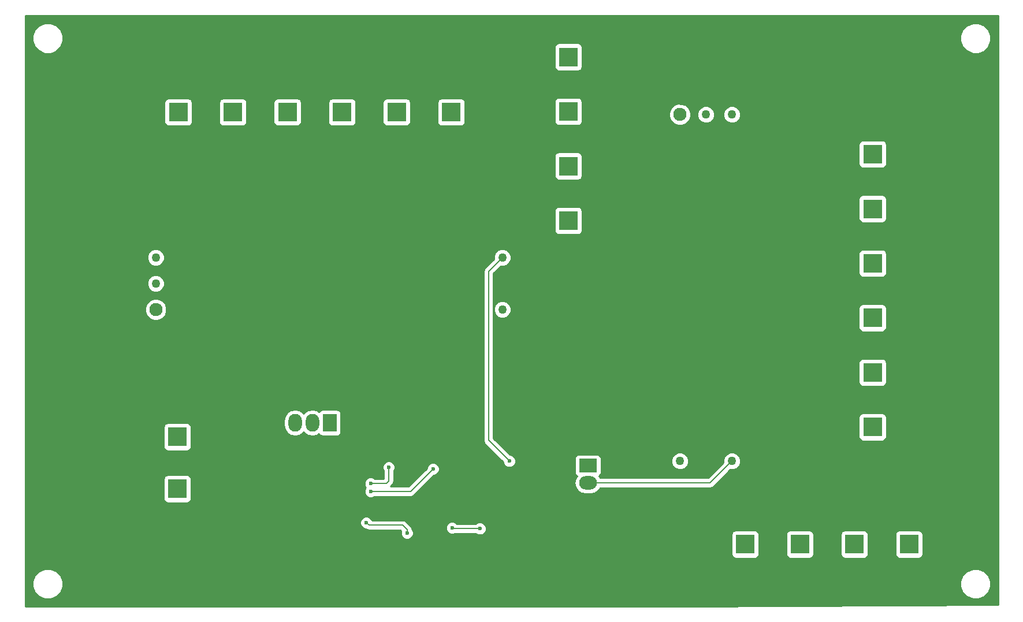
<source format=gbr>
G04 #@! TF.FileFunction,Copper,L2,Bot,Signal*
%FSLAX46Y46*%
G04 Gerber Fmt 4.6, Leading zero omitted, Abs format (unit mm)*
G04 Created by KiCad (PCBNEW 4.0.6) date Sunday, 01 October 2017 'PMt' 13:45:36*
%MOMM*%
%LPD*%
G01*
G04 APERTURE LIST*
%ADD10C,0.100000*%
%ADD11R,2.600000X2.000000*%
%ADD12O,2.600000X2.000000*%
%ADD13C,1.270000*%
%ADD14C,1.930000*%
%ADD15R,2.800000X2.800000*%
%ADD16C,2.800000*%
%ADD17R,2.000000X2.600000*%
%ADD18O,2.000000X2.600000*%
%ADD19C,0.600000*%
%ADD20C,0.200000*%
%ADD21C,0.254000*%
G04 APERTURE END LIST*
D10*
D11*
X156173300Y-127647300D03*
D12*
X156173300Y-130187300D03*
X156173300Y-132727300D03*
D13*
X169672000Y-127000000D03*
X177292000Y-127000000D03*
X184912000Y-127000000D03*
X173482000Y-76200000D03*
X177292000Y-76200000D03*
X181102000Y-76200000D03*
D14*
X169672000Y-76200000D03*
X184912000Y-76200000D03*
D13*
X143637000Y-104775000D03*
X143637000Y-97155000D03*
X143637000Y-89535000D03*
X92837000Y-100965000D03*
X92837000Y-97155000D03*
X92837000Y-93345000D03*
D14*
X92837000Y-104775000D03*
X92837000Y-89535000D03*
D15*
X96012000Y-131064000D03*
D16*
X90512000Y-131064000D03*
D15*
X96012000Y-123444000D03*
D16*
X90512000Y-123444000D03*
D15*
X96144000Y-75850000D03*
D16*
X96144000Y-70350000D03*
D15*
X104144000Y-75850000D03*
D16*
X104144000Y-70350000D03*
D15*
X112144000Y-75850000D03*
D16*
X112144000Y-70350000D03*
D15*
X120144000Y-75850000D03*
D16*
X120144000Y-70350000D03*
D15*
X128144000Y-75850000D03*
D16*
X128144000Y-70350000D03*
D15*
X136144000Y-75850000D03*
D16*
X136144000Y-70350000D03*
D15*
X203251000Y-139192000D03*
D16*
X203251000Y-144692000D03*
D15*
X195251000Y-139192000D03*
D16*
X195251000Y-144692000D03*
D15*
X187251000Y-139192000D03*
D16*
X187251000Y-144692000D03*
D15*
X179251000Y-139192000D03*
D16*
X179251000Y-144692000D03*
D15*
X153309000Y-67745000D03*
D16*
X158809000Y-67745000D03*
D15*
X153309000Y-75745000D03*
D16*
X158809000Y-75745000D03*
D15*
X153309000Y-83745000D03*
D16*
X158809000Y-83745000D03*
D15*
X153309000Y-91745000D03*
D16*
X158809000Y-91745000D03*
D15*
X197902000Y-82010000D03*
D16*
X203402000Y-82010000D03*
D15*
X197902000Y-90010000D03*
D16*
X203402000Y-90010000D03*
D15*
X197902000Y-98010000D03*
D16*
X203402000Y-98010000D03*
D15*
X197902000Y-106010000D03*
D16*
X203402000Y-106010000D03*
D15*
X197902000Y-114010000D03*
D16*
X203402000Y-114010000D03*
D15*
X197902000Y-122010000D03*
D16*
X203402000Y-122010000D03*
D17*
X118329000Y-121382600D03*
D18*
X115789000Y-121382600D03*
X113249000Y-121382600D03*
D19*
X145415000Y-122682000D03*
X151892000Y-125857000D03*
X150368000Y-124714000D03*
X106553000Y-141097000D03*
X117602000Y-135890000D03*
X149860000Y-109601000D03*
X144780000Y-135128000D03*
X174117000Y-132842000D03*
X153162000Y-145923000D03*
X147447000Y-145923000D03*
X172466000Y-147320000D03*
X110871000Y-131064000D03*
X127000000Y-127889000D03*
X124333000Y-130302000D03*
X133477000Y-128143000D03*
X124333000Y-131445000D03*
X129667000Y-137541000D03*
X123698000Y-136017000D03*
X144653000Y-127000000D03*
X140335000Y-136906000D03*
X136271000Y-136779000D03*
D20*
X127000000Y-129921000D02*
X127000000Y-127889000D01*
X126619000Y-130302000D02*
X127000000Y-129921000D01*
X124333000Y-130302000D02*
X126619000Y-130302000D01*
X130175000Y-131445000D02*
X133477000Y-128143000D01*
X124333000Y-131445000D02*
X130175000Y-131445000D01*
X129667000Y-137033000D02*
X129667000Y-137541000D01*
X129032000Y-136398000D02*
X129667000Y-137033000D01*
X124079000Y-136398000D02*
X129032000Y-136398000D01*
X123698000Y-136017000D02*
X124079000Y-136398000D01*
X141605000Y-99187000D02*
X143637000Y-97155000D01*
X141605000Y-123952000D02*
X141605000Y-99187000D01*
X144653000Y-127000000D02*
X141605000Y-123952000D01*
X156173300Y-130187300D02*
X174104700Y-130187300D01*
X174104700Y-130187300D02*
X177292000Y-127000000D01*
X136398000Y-136906000D02*
X140335000Y-136906000D01*
X136271000Y-136779000D02*
X136398000Y-136906000D01*
D21*
G36*
X216290000Y-148015248D02*
X170391709Y-148290000D01*
X73710000Y-148290000D01*
X73710000Y-145442619D01*
X74764613Y-145442619D01*
X75104155Y-146264372D01*
X75732321Y-146893636D01*
X76553481Y-147234611D01*
X77442619Y-147235387D01*
X78264372Y-146895845D01*
X78893636Y-146267679D01*
X79234611Y-145446519D01*
X79234614Y-145442619D01*
X210764613Y-145442619D01*
X211104155Y-146264372D01*
X211732321Y-146893636D01*
X212553481Y-147234611D01*
X213442619Y-147235387D01*
X214264372Y-146895845D01*
X214893636Y-146267679D01*
X215234611Y-145446519D01*
X215235387Y-144557381D01*
X214895845Y-143735628D01*
X214267679Y-143106364D01*
X213446519Y-142765389D01*
X212557381Y-142764613D01*
X211735628Y-143104155D01*
X211106364Y-143732321D01*
X210765389Y-144553481D01*
X210764613Y-145442619D01*
X79234614Y-145442619D01*
X79235387Y-144557381D01*
X78895845Y-143735628D01*
X78267679Y-143106364D01*
X77446519Y-142765389D01*
X76557381Y-142764613D01*
X75735628Y-143104155D01*
X75106364Y-143732321D01*
X74765389Y-144553481D01*
X74764613Y-145442619D01*
X73710000Y-145442619D01*
X73710000Y-136202167D01*
X122762838Y-136202167D01*
X122904883Y-136545943D01*
X123167673Y-136809192D01*
X123511201Y-136951838D01*
X123610462Y-136951924D01*
X123731801Y-137033000D01*
X123797728Y-137077051D01*
X124079000Y-137133000D01*
X128727554Y-137133000D01*
X128795711Y-137201158D01*
X128732162Y-137354201D01*
X128731838Y-137726167D01*
X128873883Y-138069943D01*
X129136673Y-138333192D01*
X129480201Y-138475838D01*
X129852167Y-138476162D01*
X130195943Y-138334117D01*
X130459192Y-138071327D01*
X130601838Y-137727799D01*
X130602162Y-137355833D01*
X130460117Y-137012057D01*
X130412311Y-136964167D01*
X135335838Y-136964167D01*
X135477883Y-137307943D01*
X135740673Y-137571192D01*
X136084201Y-137713838D01*
X136456167Y-137714162D01*
X136633233Y-137641000D01*
X139747581Y-137641000D01*
X139804673Y-137698192D01*
X140148201Y-137840838D01*
X140520167Y-137841162D01*
X140639148Y-137792000D01*
X177203560Y-137792000D01*
X177203560Y-140592000D01*
X177247838Y-140827317D01*
X177386910Y-141043441D01*
X177599110Y-141188431D01*
X177851000Y-141239440D01*
X180651000Y-141239440D01*
X180886317Y-141195162D01*
X181102441Y-141056090D01*
X181247431Y-140843890D01*
X181298440Y-140592000D01*
X181298440Y-137792000D01*
X185203560Y-137792000D01*
X185203560Y-140592000D01*
X185247838Y-140827317D01*
X185386910Y-141043441D01*
X185599110Y-141188431D01*
X185851000Y-141239440D01*
X188651000Y-141239440D01*
X188886317Y-141195162D01*
X189102441Y-141056090D01*
X189247431Y-140843890D01*
X189298440Y-140592000D01*
X189298440Y-137792000D01*
X193203560Y-137792000D01*
X193203560Y-140592000D01*
X193247838Y-140827317D01*
X193386910Y-141043441D01*
X193599110Y-141188431D01*
X193851000Y-141239440D01*
X196651000Y-141239440D01*
X196886317Y-141195162D01*
X197102441Y-141056090D01*
X197247431Y-140843890D01*
X197298440Y-140592000D01*
X197298440Y-137792000D01*
X201203560Y-137792000D01*
X201203560Y-140592000D01*
X201247838Y-140827317D01*
X201386910Y-141043441D01*
X201599110Y-141188431D01*
X201851000Y-141239440D01*
X204651000Y-141239440D01*
X204886317Y-141195162D01*
X205102441Y-141056090D01*
X205247431Y-140843890D01*
X205298440Y-140592000D01*
X205298440Y-137792000D01*
X205254162Y-137556683D01*
X205115090Y-137340559D01*
X204902890Y-137195569D01*
X204651000Y-137144560D01*
X201851000Y-137144560D01*
X201615683Y-137188838D01*
X201399559Y-137327910D01*
X201254569Y-137540110D01*
X201203560Y-137792000D01*
X197298440Y-137792000D01*
X197254162Y-137556683D01*
X197115090Y-137340559D01*
X196902890Y-137195569D01*
X196651000Y-137144560D01*
X193851000Y-137144560D01*
X193615683Y-137188838D01*
X193399559Y-137327910D01*
X193254569Y-137540110D01*
X193203560Y-137792000D01*
X189298440Y-137792000D01*
X189254162Y-137556683D01*
X189115090Y-137340559D01*
X188902890Y-137195569D01*
X188651000Y-137144560D01*
X185851000Y-137144560D01*
X185615683Y-137188838D01*
X185399559Y-137327910D01*
X185254569Y-137540110D01*
X185203560Y-137792000D01*
X181298440Y-137792000D01*
X181254162Y-137556683D01*
X181115090Y-137340559D01*
X180902890Y-137195569D01*
X180651000Y-137144560D01*
X177851000Y-137144560D01*
X177615683Y-137188838D01*
X177399559Y-137327910D01*
X177254569Y-137540110D01*
X177203560Y-137792000D01*
X140639148Y-137792000D01*
X140863943Y-137699117D01*
X141127192Y-137436327D01*
X141269838Y-137092799D01*
X141270162Y-136720833D01*
X141128117Y-136377057D01*
X140865327Y-136113808D01*
X140521799Y-135971162D01*
X140149833Y-135970838D01*
X139806057Y-136112883D01*
X139747838Y-136171000D01*
X136985198Y-136171000D01*
X136801327Y-135986808D01*
X136457799Y-135844162D01*
X136085833Y-135843838D01*
X135742057Y-135985883D01*
X135478808Y-136248673D01*
X135336162Y-136592201D01*
X135335838Y-136964167D01*
X130412311Y-136964167D01*
X130382335Y-136934139D01*
X130346051Y-136751728D01*
X130324317Y-136719201D01*
X130186724Y-136513277D01*
X129551723Y-135878277D01*
X129313272Y-135718949D01*
X129032000Y-135663000D01*
X124563402Y-135663000D01*
X124491117Y-135488057D01*
X124228327Y-135224808D01*
X123884799Y-135082162D01*
X123512833Y-135081838D01*
X123169057Y-135223883D01*
X122905808Y-135486673D01*
X122763162Y-135830201D01*
X122762838Y-136202167D01*
X73710000Y-136202167D01*
X73710000Y-129664000D01*
X93964560Y-129664000D01*
X93964560Y-132464000D01*
X94008838Y-132699317D01*
X94147910Y-132915441D01*
X94360110Y-133060431D01*
X94612000Y-133111440D01*
X97412000Y-133111440D01*
X97647317Y-133067162D01*
X97863441Y-132928090D01*
X98008431Y-132715890D01*
X98059440Y-132464000D01*
X98059440Y-130487167D01*
X123397838Y-130487167D01*
X123539883Y-130830943D01*
X123582210Y-130873344D01*
X123540808Y-130914673D01*
X123398162Y-131258201D01*
X123397838Y-131630167D01*
X123539883Y-131973943D01*
X123802673Y-132237192D01*
X124146201Y-132379838D01*
X124518167Y-132380162D01*
X124861943Y-132238117D01*
X124920162Y-132180000D01*
X130175000Y-132180000D01*
X130456272Y-132124051D01*
X130694723Y-131964723D01*
X132472146Y-130187300D01*
X154200391Y-130187300D01*
X154324848Y-130812987D01*
X154679271Y-131343420D01*
X155209704Y-131697843D01*
X155835391Y-131822300D01*
X156511209Y-131822300D01*
X157136896Y-131697843D01*
X157667329Y-131343420D01*
X157948712Y-130922300D01*
X174104700Y-130922300D01*
X174385972Y-130866351D01*
X174624423Y-130707023D01*
X177061647Y-128269799D01*
X177543510Y-128270220D01*
X178010458Y-128077282D01*
X178368026Y-127720337D01*
X178561779Y-127253727D01*
X178562220Y-126748490D01*
X178369282Y-126281542D01*
X178012337Y-125923974D01*
X177545727Y-125730221D01*
X177040490Y-125729780D01*
X176573542Y-125922718D01*
X176215974Y-126279663D01*
X176022221Y-126746273D01*
X176021798Y-127230755D01*
X173800254Y-129452300D01*
X157948712Y-129452300D01*
X157782207Y-129203108D01*
X157924741Y-129111390D01*
X158069731Y-128899190D01*
X158120740Y-128647300D01*
X158120740Y-127251510D01*
X168401780Y-127251510D01*
X168594718Y-127718458D01*
X168951663Y-128076026D01*
X169418273Y-128269779D01*
X169923510Y-128270220D01*
X170390458Y-128077282D01*
X170748026Y-127720337D01*
X170941779Y-127253727D01*
X170942220Y-126748490D01*
X170749282Y-126281542D01*
X170392337Y-125923974D01*
X169925727Y-125730221D01*
X169420490Y-125729780D01*
X168953542Y-125922718D01*
X168595974Y-126279663D01*
X168402221Y-126746273D01*
X168401780Y-127251510D01*
X158120740Y-127251510D01*
X158120740Y-126647300D01*
X158076462Y-126411983D01*
X157937390Y-126195859D01*
X157725190Y-126050869D01*
X157473300Y-125999860D01*
X154873300Y-125999860D01*
X154637983Y-126044138D01*
X154421859Y-126183210D01*
X154276869Y-126395410D01*
X154225860Y-126647300D01*
X154225860Y-128647300D01*
X154270138Y-128882617D01*
X154409210Y-129098741D01*
X154563629Y-129204251D01*
X154324848Y-129561613D01*
X154200391Y-130187300D01*
X132472146Y-130187300D01*
X133581355Y-129078092D01*
X133662167Y-129078162D01*
X134005943Y-128936117D01*
X134269192Y-128673327D01*
X134411838Y-128329799D01*
X134412162Y-127957833D01*
X134270117Y-127614057D01*
X134007327Y-127350808D01*
X133663799Y-127208162D01*
X133291833Y-127207838D01*
X132948057Y-127349883D01*
X132684808Y-127612673D01*
X132542162Y-127956201D01*
X132542090Y-128038463D01*
X129870554Y-130710000D01*
X127250446Y-130710000D01*
X127519723Y-130440724D01*
X127679051Y-130202272D01*
X127696046Y-130116833D01*
X127735000Y-129921000D01*
X127735000Y-128476419D01*
X127792192Y-128419327D01*
X127934838Y-128075799D01*
X127935162Y-127703833D01*
X127793117Y-127360057D01*
X127530327Y-127096808D01*
X127186799Y-126954162D01*
X126814833Y-126953838D01*
X126471057Y-127095883D01*
X126207808Y-127358673D01*
X126065162Y-127702201D01*
X126064838Y-128074167D01*
X126206883Y-128417943D01*
X126265000Y-128476162D01*
X126265000Y-129567000D01*
X124920419Y-129567000D01*
X124863327Y-129509808D01*
X124519799Y-129367162D01*
X124147833Y-129366838D01*
X123804057Y-129508883D01*
X123540808Y-129771673D01*
X123398162Y-130115201D01*
X123397838Y-130487167D01*
X98059440Y-130487167D01*
X98059440Y-129664000D01*
X98015162Y-129428683D01*
X97876090Y-129212559D01*
X97663890Y-129067569D01*
X97412000Y-129016560D01*
X94612000Y-129016560D01*
X94376683Y-129060838D01*
X94160559Y-129199910D01*
X94015569Y-129412110D01*
X93964560Y-129664000D01*
X73710000Y-129664000D01*
X73710000Y-122044000D01*
X93964560Y-122044000D01*
X93964560Y-124844000D01*
X94008838Y-125079317D01*
X94147910Y-125295441D01*
X94360110Y-125440431D01*
X94612000Y-125491440D01*
X97412000Y-125491440D01*
X97647317Y-125447162D01*
X97863441Y-125308090D01*
X98008431Y-125095890D01*
X98059440Y-124844000D01*
X98059440Y-122044000D01*
X98015162Y-121808683D01*
X97876090Y-121592559D01*
X97663890Y-121447569D01*
X97412000Y-121396560D01*
X94612000Y-121396560D01*
X94376683Y-121440838D01*
X94160559Y-121579910D01*
X94015569Y-121792110D01*
X93964560Y-122044000D01*
X73710000Y-122044000D01*
X73710000Y-121044691D01*
X111614000Y-121044691D01*
X111614000Y-121720509D01*
X111738457Y-122346196D01*
X112092880Y-122876629D01*
X112623313Y-123231052D01*
X113249000Y-123355509D01*
X113874687Y-123231052D01*
X114405120Y-122876629D01*
X114519000Y-122706195D01*
X114632880Y-122876629D01*
X115163313Y-123231052D01*
X115789000Y-123355509D01*
X116414687Y-123231052D01*
X116773192Y-122991507D01*
X116864910Y-123134041D01*
X117077110Y-123279031D01*
X117329000Y-123330040D01*
X119329000Y-123330040D01*
X119564317Y-123285762D01*
X119780441Y-123146690D01*
X119925431Y-122934490D01*
X119976440Y-122682600D01*
X119976440Y-120082600D01*
X119932162Y-119847283D01*
X119793090Y-119631159D01*
X119580890Y-119486169D01*
X119329000Y-119435160D01*
X117329000Y-119435160D01*
X117093683Y-119479438D01*
X116877559Y-119618510D01*
X116772049Y-119772929D01*
X116414687Y-119534148D01*
X115789000Y-119409691D01*
X115163313Y-119534148D01*
X114632880Y-119888571D01*
X114519000Y-120059005D01*
X114405120Y-119888571D01*
X113874687Y-119534148D01*
X113249000Y-119409691D01*
X112623313Y-119534148D01*
X112092880Y-119888571D01*
X111738457Y-120419004D01*
X111614000Y-121044691D01*
X73710000Y-121044691D01*
X73710000Y-105091863D01*
X91236723Y-105091863D01*
X91479795Y-105680143D01*
X91929489Y-106130623D01*
X92517344Y-106374722D01*
X93153863Y-106375277D01*
X93742143Y-106132205D01*
X94192623Y-105682511D01*
X94436722Y-105094656D01*
X94437277Y-104458137D01*
X94194205Y-103869857D01*
X93744511Y-103419377D01*
X93156656Y-103175278D01*
X92520137Y-103174723D01*
X91931857Y-103417795D01*
X91481377Y-103867489D01*
X91237278Y-104455344D01*
X91236723Y-105091863D01*
X73710000Y-105091863D01*
X73710000Y-101216510D01*
X91566780Y-101216510D01*
X91759718Y-101683458D01*
X92116663Y-102041026D01*
X92583273Y-102234779D01*
X93088510Y-102235220D01*
X93555458Y-102042282D01*
X93913026Y-101685337D01*
X94106779Y-101218727D01*
X94107220Y-100713490D01*
X93914282Y-100246542D01*
X93557337Y-99888974D01*
X93090727Y-99695221D01*
X92585490Y-99694780D01*
X92118542Y-99887718D01*
X91760974Y-100244663D01*
X91567221Y-100711273D01*
X91566780Y-101216510D01*
X73710000Y-101216510D01*
X73710000Y-99187000D01*
X140870000Y-99187000D01*
X140870000Y-123952000D01*
X140890974Y-124057440D01*
X140925949Y-124233272D01*
X141085277Y-124471723D01*
X143717908Y-127104355D01*
X143717838Y-127185167D01*
X143859883Y-127528943D01*
X144122673Y-127792192D01*
X144466201Y-127934838D01*
X144838167Y-127935162D01*
X145181943Y-127793117D01*
X145445192Y-127530327D01*
X145587838Y-127186799D01*
X145588162Y-126814833D01*
X145446117Y-126471057D01*
X145183327Y-126207808D01*
X144839799Y-126065162D01*
X144757537Y-126065090D01*
X142340000Y-123647554D01*
X142340000Y-120610000D01*
X195854560Y-120610000D01*
X195854560Y-123410000D01*
X195898838Y-123645317D01*
X196037910Y-123861441D01*
X196250110Y-124006431D01*
X196502000Y-124057440D01*
X199302000Y-124057440D01*
X199537317Y-124013162D01*
X199753441Y-123874090D01*
X199898431Y-123661890D01*
X199949440Y-123410000D01*
X199949440Y-120610000D01*
X199905162Y-120374683D01*
X199766090Y-120158559D01*
X199553890Y-120013569D01*
X199302000Y-119962560D01*
X196502000Y-119962560D01*
X196266683Y-120006838D01*
X196050559Y-120145910D01*
X195905569Y-120358110D01*
X195854560Y-120610000D01*
X142340000Y-120610000D01*
X142340000Y-112610000D01*
X195854560Y-112610000D01*
X195854560Y-115410000D01*
X195898838Y-115645317D01*
X196037910Y-115861441D01*
X196250110Y-116006431D01*
X196502000Y-116057440D01*
X199302000Y-116057440D01*
X199537317Y-116013162D01*
X199753441Y-115874090D01*
X199898431Y-115661890D01*
X199949440Y-115410000D01*
X199949440Y-112610000D01*
X199905162Y-112374683D01*
X199766090Y-112158559D01*
X199553890Y-112013569D01*
X199302000Y-111962560D01*
X196502000Y-111962560D01*
X196266683Y-112006838D01*
X196050559Y-112145910D01*
X195905569Y-112358110D01*
X195854560Y-112610000D01*
X142340000Y-112610000D01*
X142340000Y-105026510D01*
X142366780Y-105026510D01*
X142559718Y-105493458D01*
X142916663Y-105851026D01*
X143383273Y-106044779D01*
X143888510Y-106045220D01*
X144355458Y-105852282D01*
X144713026Y-105495337D01*
X144906779Y-105028727D01*
X144907144Y-104610000D01*
X195854560Y-104610000D01*
X195854560Y-107410000D01*
X195898838Y-107645317D01*
X196037910Y-107861441D01*
X196250110Y-108006431D01*
X196502000Y-108057440D01*
X199302000Y-108057440D01*
X199537317Y-108013162D01*
X199753441Y-107874090D01*
X199898431Y-107661890D01*
X199949440Y-107410000D01*
X199949440Y-104610000D01*
X199905162Y-104374683D01*
X199766090Y-104158559D01*
X199553890Y-104013569D01*
X199302000Y-103962560D01*
X196502000Y-103962560D01*
X196266683Y-104006838D01*
X196050559Y-104145910D01*
X195905569Y-104358110D01*
X195854560Y-104610000D01*
X144907144Y-104610000D01*
X144907220Y-104523490D01*
X144714282Y-104056542D01*
X144357337Y-103698974D01*
X143890727Y-103505221D01*
X143385490Y-103504780D01*
X142918542Y-103697718D01*
X142560974Y-104054663D01*
X142367221Y-104521273D01*
X142366780Y-105026510D01*
X142340000Y-105026510D01*
X142340000Y-99491446D01*
X143406647Y-98424799D01*
X143888510Y-98425220D01*
X144355458Y-98232282D01*
X144713026Y-97875337D01*
X144906779Y-97408727D01*
X144907220Y-96903490D01*
X144785954Y-96610000D01*
X195854560Y-96610000D01*
X195854560Y-99410000D01*
X195898838Y-99645317D01*
X196037910Y-99861441D01*
X196250110Y-100006431D01*
X196502000Y-100057440D01*
X199302000Y-100057440D01*
X199537317Y-100013162D01*
X199753441Y-99874090D01*
X199898431Y-99661890D01*
X199949440Y-99410000D01*
X199949440Y-96610000D01*
X199905162Y-96374683D01*
X199766090Y-96158559D01*
X199553890Y-96013569D01*
X199302000Y-95962560D01*
X196502000Y-95962560D01*
X196266683Y-96006838D01*
X196050559Y-96145910D01*
X195905569Y-96358110D01*
X195854560Y-96610000D01*
X144785954Y-96610000D01*
X144714282Y-96436542D01*
X144357337Y-96078974D01*
X143890727Y-95885221D01*
X143385490Y-95884780D01*
X142918542Y-96077718D01*
X142560974Y-96434663D01*
X142367221Y-96901273D01*
X142366798Y-97385755D01*
X141085277Y-98667277D01*
X140925949Y-98905728D01*
X140870000Y-99187000D01*
X73710000Y-99187000D01*
X73710000Y-97406510D01*
X91566780Y-97406510D01*
X91759718Y-97873458D01*
X92116663Y-98231026D01*
X92583273Y-98424779D01*
X93088510Y-98425220D01*
X93555458Y-98232282D01*
X93913026Y-97875337D01*
X94106779Y-97408727D01*
X94107220Y-96903490D01*
X93914282Y-96436542D01*
X93557337Y-96078974D01*
X93090727Y-95885221D01*
X92585490Y-95884780D01*
X92118542Y-96077718D01*
X91760974Y-96434663D01*
X91567221Y-96901273D01*
X91566780Y-97406510D01*
X73710000Y-97406510D01*
X73710000Y-90345000D01*
X151261560Y-90345000D01*
X151261560Y-93145000D01*
X151305838Y-93380317D01*
X151444910Y-93596441D01*
X151657110Y-93741431D01*
X151909000Y-93792440D01*
X154709000Y-93792440D01*
X154944317Y-93748162D01*
X155160441Y-93609090D01*
X155305431Y-93396890D01*
X155356440Y-93145000D01*
X155356440Y-90345000D01*
X155312162Y-90109683D01*
X155173090Y-89893559D01*
X154960890Y-89748569D01*
X154709000Y-89697560D01*
X151909000Y-89697560D01*
X151673683Y-89741838D01*
X151457559Y-89880910D01*
X151312569Y-90093110D01*
X151261560Y-90345000D01*
X73710000Y-90345000D01*
X73710000Y-88610000D01*
X195854560Y-88610000D01*
X195854560Y-91410000D01*
X195898838Y-91645317D01*
X196037910Y-91861441D01*
X196250110Y-92006431D01*
X196502000Y-92057440D01*
X199302000Y-92057440D01*
X199537317Y-92013162D01*
X199753441Y-91874090D01*
X199898431Y-91661890D01*
X199949440Y-91410000D01*
X199949440Y-88610000D01*
X199905162Y-88374683D01*
X199766090Y-88158559D01*
X199553890Y-88013569D01*
X199302000Y-87962560D01*
X196502000Y-87962560D01*
X196266683Y-88006838D01*
X196050559Y-88145910D01*
X195905569Y-88358110D01*
X195854560Y-88610000D01*
X73710000Y-88610000D01*
X73710000Y-82345000D01*
X151261560Y-82345000D01*
X151261560Y-85145000D01*
X151305838Y-85380317D01*
X151444910Y-85596441D01*
X151657110Y-85741431D01*
X151909000Y-85792440D01*
X154709000Y-85792440D01*
X154944317Y-85748162D01*
X155160441Y-85609090D01*
X155305431Y-85396890D01*
X155356440Y-85145000D01*
X155356440Y-82345000D01*
X155312162Y-82109683D01*
X155173090Y-81893559D01*
X154960890Y-81748569D01*
X154709000Y-81697560D01*
X151909000Y-81697560D01*
X151673683Y-81741838D01*
X151457559Y-81880910D01*
X151312569Y-82093110D01*
X151261560Y-82345000D01*
X73710000Y-82345000D01*
X73710000Y-80610000D01*
X195854560Y-80610000D01*
X195854560Y-83410000D01*
X195898838Y-83645317D01*
X196037910Y-83861441D01*
X196250110Y-84006431D01*
X196502000Y-84057440D01*
X199302000Y-84057440D01*
X199537317Y-84013162D01*
X199753441Y-83874090D01*
X199898431Y-83661890D01*
X199949440Y-83410000D01*
X199949440Y-80610000D01*
X199905162Y-80374683D01*
X199766090Y-80158559D01*
X199553890Y-80013569D01*
X199302000Y-79962560D01*
X196502000Y-79962560D01*
X196266683Y-80006838D01*
X196050559Y-80145910D01*
X195905569Y-80358110D01*
X195854560Y-80610000D01*
X73710000Y-80610000D01*
X73710000Y-74450000D01*
X94096560Y-74450000D01*
X94096560Y-77250000D01*
X94140838Y-77485317D01*
X94279910Y-77701441D01*
X94492110Y-77846431D01*
X94744000Y-77897440D01*
X97544000Y-77897440D01*
X97779317Y-77853162D01*
X97995441Y-77714090D01*
X98140431Y-77501890D01*
X98191440Y-77250000D01*
X98191440Y-74450000D01*
X102096560Y-74450000D01*
X102096560Y-77250000D01*
X102140838Y-77485317D01*
X102279910Y-77701441D01*
X102492110Y-77846431D01*
X102744000Y-77897440D01*
X105544000Y-77897440D01*
X105779317Y-77853162D01*
X105995441Y-77714090D01*
X106140431Y-77501890D01*
X106191440Y-77250000D01*
X106191440Y-74450000D01*
X110096560Y-74450000D01*
X110096560Y-77250000D01*
X110140838Y-77485317D01*
X110279910Y-77701441D01*
X110492110Y-77846431D01*
X110744000Y-77897440D01*
X113544000Y-77897440D01*
X113779317Y-77853162D01*
X113995441Y-77714090D01*
X114140431Y-77501890D01*
X114191440Y-77250000D01*
X114191440Y-74450000D01*
X118096560Y-74450000D01*
X118096560Y-77250000D01*
X118140838Y-77485317D01*
X118279910Y-77701441D01*
X118492110Y-77846431D01*
X118744000Y-77897440D01*
X121544000Y-77897440D01*
X121779317Y-77853162D01*
X121995441Y-77714090D01*
X122140431Y-77501890D01*
X122191440Y-77250000D01*
X122191440Y-74450000D01*
X126096560Y-74450000D01*
X126096560Y-77250000D01*
X126140838Y-77485317D01*
X126279910Y-77701441D01*
X126492110Y-77846431D01*
X126744000Y-77897440D01*
X129544000Y-77897440D01*
X129779317Y-77853162D01*
X129995441Y-77714090D01*
X130140431Y-77501890D01*
X130191440Y-77250000D01*
X130191440Y-74450000D01*
X134096560Y-74450000D01*
X134096560Y-77250000D01*
X134140838Y-77485317D01*
X134279910Y-77701441D01*
X134492110Y-77846431D01*
X134744000Y-77897440D01*
X137544000Y-77897440D01*
X137779317Y-77853162D01*
X137995441Y-77714090D01*
X138140431Y-77501890D01*
X138191440Y-77250000D01*
X138191440Y-74450000D01*
X138171683Y-74345000D01*
X151261560Y-74345000D01*
X151261560Y-77145000D01*
X151305838Y-77380317D01*
X151444910Y-77596441D01*
X151657110Y-77741431D01*
X151909000Y-77792440D01*
X154709000Y-77792440D01*
X154944317Y-77748162D01*
X155160441Y-77609090D01*
X155305431Y-77396890D01*
X155356440Y-77145000D01*
X155356440Y-76516863D01*
X168071723Y-76516863D01*
X168314795Y-77105143D01*
X168764489Y-77555623D01*
X169352344Y-77799722D01*
X169988863Y-77800277D01*
X170577143Y-77557205D01*
X171027623Y-77107511D01*
X171271722Y-76519656D01*
X171271781Y-76451510D01*
X172211780Y-76451510D01*
X172404718Y-76918458D01*
X172761663Y-77276026D01*
X173228273Y-77469779D01*
X173733510Y-77470220D01*
X174200458Y-77277282D01*
X174558026Y-76920337D01*
X174751779Y-76453727D01*
X174751780Y-76451510D01*
X176021780Y-76451510D01*
X176214718Y-76918458D01*
X176571663Y-77276026D01*
X177038273Y-77469779D01*
X177543510Y-77470220D01*
X178010458Y-77277282D01*
X178368026Y-76920337D01*
X178561779Y-76453727D01*
X178562220Y-75948490D01*
X178369282Y-75481542D01*
X178012337Y-75123974D01*
X177545727Y-74930221D01*
X177040490Y-74929780D01*
X176573542Y-75122718D01*
X176215974Y-75479663D01*
X176022221Y-75946273D01*
X176021780Y-76451510D01*
X174751780Y-76451510D01*
X174752220Y-75948490D01*
X174559282Y-75481542D01*
X174202337Y-75123974D01*
X173735727Y-74930221D01*
X173230490Y-74929780D01*
X172763542Y-75122718D01*
X172405974Y-75479663D01*
X172212221Y-75946273D01*
X172211780Y-76451510D01*
X171271781Y-76451510D01*
X171272277Y-75883137D01*
X171029205Y-75294857D01*
X170579511Y-74844377D01*
X169991656Y-74600278D01*
X169355137Y-74599723D01*
X168766857Y-74842795D01*
X168316377Y-75292489D01*
X168072278Y-75880344D01*
X168071723Y-76516863D01*
X155356440Y-76516863D01*
X155356440Y-74345000D01*
X155312162Y-74109683D01*
X155173090Y-73893559D01*
X154960890Y-73748569D01*
X154709000Y-73697560D01*
X151909000Y-73697560D01*
X151673683Y-73741838D01*
X151457559Y-73880910D01*
X151312569Y-74093110D01*
X151261560Y-74345000D01*
X138171683Y-74345000D01*
X138147162Y-74214683D01*
X138008090Y-73998559D01*
X137795890Y-73853569D01*
X137544000Y-73802560D01*
X134744000Y-73802560D01*
X134508683Y-73846838D01*
X134292559Y-73985910D01*
X134147569Y-74198110D01*
X134096560Y-74450000D01*
X130191440Y-74450000D01*
X130147162Y-74214683D01*
X130008090Y-73998559D01*
X129795890Y-73853569D01*
X129544000Y-73802560D01*
X126744000Y-73802560D01*
X126508683Y-73846838D01*
X126292559Y-73985910D01*
X126147569Y-74198110D01*
X126096560Y-74450000D01*
X122191440Y-74450000D01*
X122147162Y-74214683D01*
X122008090Y-73998559D01*
X121795890Y-73853569D01*
X121544000Y-73802560D01*
X118744000Y-73802560D01*
X118508683Y-73846838D01*
X118292559Y-73985910D01*
X118147569Y-74198110D01*
X118096560Y-74450000D01*
X114191440Y-74450000D01*
X114147162Y-74214683D01*
X114008090Y-73998559D01*
X113795890Y-73853569D01*
X113544000Y-73802560D01*
X110744000Y-73802560D01*
X110508683Y-73846838D01*
X110292559Y-73985910D01*
X110147569Y-74198110D01*
X110096560Y-74450000D01*
X106191440Y-74450000D01*
X106147162Y-74214683D01*
X106008090Y-73998559D01*
X105795890Y-73853569D01*
X105544000Y-73802560D01*
X102744000Y-73802560D01*
X102508683Y-73846838D01*
X102292559Y-73985910D01*
X102147569Y-74198110D01*
X102096560Y-74450000D01*
X98191440Y-74450000D01*
X98147162Y-74214683D01*
X98008090Y-73998559D01*
X97795890Y-73853569D01*
X97544000Y-73802560D01*
X94744000Y-73802560D01*
X94508683Y-73846838D01*
X94292559Y-73985910D01*
X94147569Y-74198110D01*
X94096560Y-74450000D01*
X73710000Y-74450000D01*
X73710000Y-65442619D01*
X74764613Y-65442619D01*
X75104155Y-66264372D01*
X75732321Y-66893636D01*
X76553481Y-67234611D01*
X77442619Y-67235387D01*
X78264372Y-66895845D01*
X78816179Y-66345000D01*
X151261560Y-66345000D01*
X151261560Y-69145000D01*
X151305838Y-69380317D01*
X151444910Y-69596441D01*
X151657110Y-69741431D01*
X151909000Y-69792440D01*
X154709000Y-69792440D01*
X154944317Y-69748162D01*
X155160441Y-69609090D01*
X155305431Y-69396890D01*
X155356440Y-69145000D01*
X155356440Y-66345000D01*
X155312162Y-66109683D01*
X155173090Y-65893559D01*
X154960890Y-65748569D01*
X154709000Y-65697560D01*
X151909000Y-65697560D01*
X151673683Y-65741838D01*
X151457559Y-65880910D01*
X151312569Y-66093110D01*
X151261560Y-66345000D01*
X78816179Y-66345000D01*
X78893636Y-66267679D01*
X79234611Y-65446519D01*
X79234614Y-65442619D01*
X210764613Y-65442619D01*
X211104155Y-66264372D01*
X211732321Y-66893636D01*
X212553481Y-67234611D01*
X213442619Y-67235387D01*
X214264372Y-66895845D01*
X214893636Y-66267679D01*
X215234611Y-65446519D01*
X215235387Y-64557381D01*
X214895845Y-63735628D01*
X214267679Y-63106364D01*
X213446519Y-62765389D01*
X212557381Y-62764613D01*
X211735628Y-63104155D01*
X211106364Y-63732321D01*
X210765389Y-64553481D01*
X210764613Y-65442619D01*
X79234614Y-65442619D01*
X79235387Y-64557381D01*
X78895845Y-63735628D01*
X78267679Y-63106364D01*
X77446519Y-62765389D01*
X76557381Y-62764613D01*
X75735628Y-63104155D01*
X75106364Y-63732321D01*
X74765389Y-64553481D01*
X74764613Y-65442619D01*
X73710000Y-65442619D01*
X73710000Y-61710000D01*
X216290000Y-61710000D01*
X216290000Y-148015248D01*
X216290000Y-148015248D01*
G37*
X216290000Y-148015248D02*
X170391709Y-148290000D01*
X73710000Y-148290000D01*
X73710000Y-145442619D01*
X74764613Y-145442619D01*
X75104155Y-146264372D01*
X75732321Y-146893636D01*
X76553481Y-147234611D01*
X77442619Y-147235387D01*
X78264372Y-146895845D01*
X78893636Y-146267679D01*
X79234611Y-145446519D01*
X79234614Y-145442619D01*
X210764613Y-145442619D01*
X211104155Y-146264372D01*
X211732321Y-146893636D01*
X212553481Y-147234611D01*
X213442619Y-147235387D01*
X214264372Y-146895845D01*
X214893636Y-146267679D01*
X215234611Y-145446519D01*
X215235387Y-144557381D01*
X214895845Y-143735628D01*
X214267679Y-143106364D01*
X213446519Y-142765389D01*
X212557381Y-142764613D01*
X211735628Y-143104155D01*
X211106364Y-143732321D01*
X210765389Y-144553481D01*
X210764613Y-145442619D01*
X79234614Y-145442619D01*
X79235387Y-144557381D01*
X78895845Y-143735628D01*
X78267679Y-143106364D01*
X77446519Y-142765389D01*
X76557381Y-142764613D01*
X75735628Y-143104155D01*
X75106364Y-143732321D01*
X74765389Y-144553481D01*
X74764613Y-145442619D01*
X73710000Y-145442619D01*
X73710000Y-136202167D01*
X122762838Y-136202167D01*
X122904883Y-136545943D01*
X123167673Y-136809192D01*
X123511201Y-136951838D01*
X123610462Y-136951924D01*
X123731801Y-137033000D01*
X123797728Y-137077051D01*
X124079000Y-137133000D01*
X128727554Y-137133000D01*
X128795711Y-137201158D01*
X128732162Y-137354201D01*
X128731838Y-137726167D01*
X128873883Y-138069943D01*
X129136673Y-138333192D01*
X129480201Y-138475838D01*
X129852167Y-138476162D01*
X130195943Y-138334117D01*
X130459192Y-138071327D01*
X130601838Y-137727799D01*
X130602162Y-137355833D01*
X130460117Y-137012057D01*
X130412311Y-136964167D01*
X135335838Y-136964167D01*
X135477883Y-137307943D01*
X135740673Y-137571192D01*
X136084201Y-137713838D01*
X136456167Y-137714162D01*
X136633233Y-137641000D01*
X139747581Y-137641000D01*
X139804673Y-137698192D01*
X140148201Y-137840838D01*
X140520167Y-137841162D01*
X140639148Y-137792000D01*
X177203560Y-137792000D01*
X177203560Y-140592000D01*
X177247838Y-140827317D01*
X177386910Y-141043441D01*
X177599110Y-141188431D01*
X177851000Y-141239440D01*
X180651000Y-141239440D01*
X180886317Y-141195162D01*
X181102441Y-141056090D01*
X181247431Y-140843890D01*
X181298440Y-140592000D01*
X181298440Y-137792000D01*
X185203560Y-137792000D01*
X185203560Y-140592000D01*
X185247838Y-140827317D01*
X185386910Y-141043441D01*
X185599110Y-141188431D01*
X185851000Y-141239440D01*
X188651000Y-141239440D01*
X188886317Y-141195162D01*
X189102441Y-141056090D01*
X189247431Y-140843890D01*
X189298440Y-140592000D01*
X189298440Y-137792000D01*
X193203560Y-137792000D01*
X193203560Y-140592000D01*
X193247838Y-140827317D01*
X193386910Y-141043441D01*
X193599110Y-141188431D01*
X193851000Y-141239440D01*
X196651000Y-141239440D01*
X196886317Y-141195162D01*
X197102441Y-141056090D01*
X197247431Y-140843890D01*
X197298440Y-140592000D01*
X197298440Y-137792000D01*
X201203560Y-137792000D01*
X201203560Y-140592000D01*
X201247838Y-140827317D01*
X201386910Y-141043441D01*
X201599110Y-141188431D01*
X201851000Y-141239440D01*
X204651000Y-141239440D01*
X204886317Y-141195162D01*
X205102441Y-141056090D01*
X205247431Y-140843890D01*
X205298440Y-140592000D01*
X205298440Y-137792000D01*
X205254162Y-137556683D01*
X205115090Y-137340559D01*
X204902890Y-137195569D01*
X204651000Y-137144560D01*
X201851000Y-137144560D01*
X201615683Y-137188838D01*
X201399559Y-137327910D01*
X201254569Y-137540110D01*
X201203560Y-137792000D01*
X197298440Y-137792000D01*
X197254162Y-137556683D01*
X197115090Y-137340559D01*
X196902890Y-137195569D01*
X196651000Y-137144560D01*
X193851000Y-137144560D01*
X193615683Y-137188838D01*
X193399559Y-137327910D01*
X193254569Y-137540110D01*
X193203560Y-137792000D01*
X189298440Y-137792000D01*
X189254162Y-137556683D01*
X189115090Y-137340559D01*
X188902890Y-137195569D01*
X188651000Y-137144560D01*
X185851000Y-137144560D01*
X185615683Y-137188838D01*
X185399559Y-137327910D01*
X185254569Y-137540110D01*
X185203560Y-137792000D01*
X181298440Y-137792000D01*
X181254162Y-137556683D01*
X181115090Y-137340559D01*
X180902890Y-137195569D01*
X180651000Y-137144560D01*
X177851000Y-137144560D01*
X177615683Y-137188838D01*
X177399559Y-137327910D01*
X177254569Y-137540110D01*
X177203560Y-137792000D01*
X140639148Y-137792000D01*
X140863943Y-137699117D01*
X141127192Y-137436327D01*
X141269838Y-137092799D01*
X141270162Y-136720833D01*
X141128117Y-136377057D01*
X140865327Y-136113808D01*
X140521799Y-135971162D01*
X140149833Y-135970838D01*
X139806057Y-136112883D01*
X139747838Y-136171000D01*
X136985198Y-136171000D01*
X136801327Y-135986808D01*
X136457799Y-135844162D01*
X136085833Y-135843838D01*
X135742057Y-135985883D01*
X135478808Y-136248673D01*
X135336162Y-136592201D01*
X135335838Y-136964167D01*
X130412311Y-136964167D01*
X130382335Y-136934139D01*
X130346051Y-136751728D01*
X130324317Y-136719201D01*
X130186724Y-136513277D01*
X129551723Y-135878277D01*
X129313272Y-135718949D01*
X129032000Y-135663000D01*
X124563402Y-135663000D01*
X124491117Y-135488057D01*
X124228327Y-135224808D01*
X123884799Y-135082162D01*
X123512833Y-135081838D01*
X123169057Y-135223883D01*
X122905808Y-135486673D01*
X122763162Y-135830201D01*
X122762838Y-136202167D01*
X73710000Y-136202167D01*
X73710000Y-129664000D01*
X93964560Y-129664000D01*
X93964560Y-132464000D01*
X94008838Y-132699317D01*
X94147910Y-132915441D01*
X94360110Y-133060431D01*
X94612000Y-133111440D01*
X97412000Y-133111440D01*
X97647317Y-133067162D01*
X97863441Y-132928090D01*
X98008431Y-132715890D01*
X98059440Y-132464000D01*
X98059440Y-130487167D01*
X123397838Y-130487167D01*
X123539883Y-130830943D01*
X123582210Y-130873344D01*
X123540808Y-130914673D01*
X123398162Y-131258201D01*
X123397838Y-131630167D01*
X123539883Y-131973943D01*
X123802673Y-132237192D01*
X124146201Y-132379838D01*
X124518167Y-132380162D01*
X124861943Y-132238117D01*
X124920162Y-132180000D01*
X130175000Y-132180000D01*
X130456272Y-132124051D01*
X130694723Y-131964723D01*
X132472146Y-130187300D01*
X154200391Y-130187300D01*
X154324848Y-130812987D01*
X154679271Y-131343420D01*
X155209704Y-131697843D01*
X155835391Y-131822300D01*
X156511209Y-131822300D01*
X157136896Y-131697843D01*
X157667329Y-131343420D01*
X157948712Y-130922300D01*
X174104700Y-130922300D01*
X174385972Y-130866351D01*
X174624423Y-130707023D01*
X177061647Y-128269799D01*
X177543510Y-128270220D01*
X178010458Y-128077282D01*
X178368026Y-127720337D01*
X178561779Y-127253727D01*
X178562220Y-126748490D01*
X178369282Y-126281542D01*
X178012337Y-125923974D01*
X177545727Y-125730221D01*
X177040490Y-125729780D01*
X176573542Y-125922718D01*
X176215974Y-126279663D01*
X176022221Y-126746273D01*
X176021798Y-127230755D01*
X173800254Y-129452300D01*
X157948712Y-129452300D01*
X157782207Y-129203108D01*
X157924741Y-129111390D01*
X158069731Y-128899190D01*
X158120740Y-128647300D01*
X158120740Y-127251510D01*
X168401780Y-127251510D01*
X168594718Y-127718458D01*
X168951663Y-128076026D01*
X169418273Y-128269779D01*
X169923510Y-128270220D01*
X170390458Y-128077282D01*
X170748026Y-127720337D01*
X170941779Y-127253727D01*
X170942220Y-126748490D01*
X170749282Y-126281542D01*
X170392337Y-125923974D01*
X169925727Y-125730221D01*
X169420490Y-125729780D01*
X168953542Y-125922718D01*
X168595974Y-126279663D01*
X168402221Y-126746273D01*
X168401780Y-127251510D01*
X158120740Y-127251510D01*
X158120740Y-126647300D01*
X158076462Y-126411983D01*
X157937390Y-126195859D01*
X157725190Y-126050869D01*
X157473300Y-125999860D01*
X154873300Y-125999860D01*
X154637983Y-126044138D01*
X154421859Y-126183210D01*
X154276869Y-126395410D01*
X154225860Y-126647300D01*
X154225860Y-128647300D01*
X154270138Y-128882617D01*
X154409210Y-129098741D01*
X154563629Y-129204251D01*
X154324848Y-129561613D01*
X154200391Y-130187300D01*
X132472146Y-130187300D01*
X133581355Y-129078092D01*
X133662167Y-129078162D01*
X134005943Y-128936117D01*
X134269192Y-128673327D01*
X134411838Y-128329799D01*
X134412162Y-127957833D01*
X134270117Y-127614057D01*
X134007327Y-127350808D01*
X133663799Y-127208162D01*
X133291833Y-127207838D01*
X132948057Y-127349883D01*
X132684808Y-127612673D01*
X132542162Y-127956201D01*
X132542090Y-128038463D01*
X129870554Y-130710000D01*
X127250446Y-130710000D01*
X127519723Y-130440724D01*
X127679051Y-130202272D01*
X127696046Y-130116833D01*
X127735000Y-129921000D01*
X127735000Y-128476419D01*
X127792192Y-128419327D01*
X127934838Y-128075799D01*
X127935162Y-127703833D01*
X127793117Y-127360057D01*
X127530327Y-127096808D01*
X127186799Y-126954162D01*
X126814833Y-126953838D01*
X126471057Y-127095883D01*
X126207808Y-127358673D01*
X126065162Y-127702201D01*
X126064838Y-128074167D01*
X126206883Y-128417943D01*
X126265000Y-128476162D01*
X126265000Y-129567000D01*
X124920419Y-129567000D01*
X124863327Y-129509808D01*
X124519799Y-129367162D01*
X124147833Y-129366838D01*
X123804057Y-129508883D01*
X123540808Y-129771673D01*
X123398162Y-130115201D01*
X123397838Y-130487167D01*
X98059440Y-130487167D01*
X98059440Y-129664000D01*
X98015162Y-129428683D01*
X97876090Y-129212559D01*
X97663890Y-129067569D01*
X97412000Y-129016560D01*
X94612000Y-129016560D01*
X94376683Y-129060838D01*
X94160559Y-129199910D01*
X94015569Y-129412110D01*
X93964560Y-129664000D01*
X73710000Y-129664000D01*
X73710000Y-122044000D01*
X93964560Y-122044000D01*
X93964560Y-124844000D01*
X94008838Y-125079317D01*
X94147910Y-125295441D01*
X94360110Y-125440431D01*
X94612000Y-125491440D01*
X97412000Y-125491440D01*
X97647317Y-125447162D01*
X97863441Y-125308090D01*
X98008431Y-125095890D01*
X98059440Y-124844000D01*
X98059440Y-122044000D01*
X98015162Y-121808683D01*
X97876090Y-121592559D01*
X97663890Y-121447569D01*
X97412000Y-121396560D01*
X94612000Y-121396560D01*
X94376683Y-121440838D01*
X94160559Y-121579910D01*
X94015569Y-121792110D01*
X93964560Y-122044000D01*
X73710000Y-122044000D01*
X73710000Y-121044691D01*
X111614000Y-121044691D01*
X111614000Y-121720509D01*
X111738457Y-122346196D01*
X112092880Y-122876629D01*
X112623313Y-123231052D01*
X113249000Y-123355509D01*
X113874687Y-123231052D01*
X114405120Y-122876629D01*
X114519000Y-122706195D01*
X114632880Y-122876629D01*
X115163313Y-123231052D01*
X115789000Y-123355509D01*
X116414687Y-123231052D01*
X116773192Y-122991507D01*
X116864910Y-123134041D01*
X117077110Y-123279031D01*
X117329000Y-123330040D01*
X119329000Y-123330040D01*
X119564317Y-123285762D01*
X119780441Y-123146690D01*
X119925431Y-122934490D01*
X119976440Y-122682600D01*
X119976440Y-120082600D01*
X119932162Y-119847283D01*
X119793090Y-119631159D01*
X119580890Y-119486169D01*
X119329000Y-119435160D01*
X117329000Y-119435160D01*
X117093683Y-119479438D01*
X116877559Y-119618510D01*
X116772049Y-119772929D01*
X116414687Y-119534148D01*
X115789000Y-119409691D01*
X115163313Y-119534148D01*
X114632880Y-119888571D01*
X114519000Y-120059005D01*
X114405120Y-119888571D01*
X113874687Y-119534148D01*
X113249000Y-119409691D01*
X112623313Y-119534148D01*
X112092880Y-119888571D01*
X111738457Y-120419004D01*
X111614000Y-121044691D01*
X73710000Y-121044691D01*
X73710000Y-105091863D01*
X91236723Y-105091863D01*
X91479795Y-105680143D01*
X91929489Y-106130623D01*
X92517344Y-106374722D01*
X93153863Y-106375277D01*
X93742143Y-106132205D01*
X94192623Y-105682511D01*
X94436722Y-105094656D01*
X94437277Y-104458137D01*
X94194205Y-103869857D01*
X93744511Y-103419377D01*
X93156656Y-103175278D01*
X92520137Y-103174723D01*
X91931857Y-103417795D01*
X91481377Y-103867489D01*
X91237278Y-104455344D01*
X91236723Y-105091863D01*
X73710000Y-105091863D01*
X73710000Y-101216510D01*
X91566780Y-101216510D01*
X91759718Y-101683458D01*
X92116663Y-102041026D01*
X92583273Y-102234779D01*
X93088510Y-102235220D01*
X93555458Y-102042282D01*
X93913026Y-101685337D01*
X94106779Y-101218727D01*
X94107220Y-100713490D01*
X93914282Y-100246542D01*
X93557337Y-99888974D01*
X93090727Y-99695221D01*
X92585490Y-99694780D01*
X92118542Y-99887718D01*
X91760974Y-100244663D01*
X91567221Y-100711273D01*
X91566780Y-101216510D01*
X73710000Y-101216510D01*
X73710000Y-99187000D01*
X140870000Y-99187000D01*
X140870000Y-123952000D01*
X140890974Y-124057440D01*
X140925949Y-124233272D01*
X141085277Y-124471723D01*
X143717908Y-127104355D01*
X143717838Y-127185167D01*
X143859883Y-127528943D01*
X144122673Y-127792192D01*
X144466201Y-127934838D01*
X144838167Y-127935162D01*
X145181943Y-127793117D01*
X145445192Y-127530327D01*
X145587838Y-127186799D01*
X145588162Y-126814833D01*
X145446117Y-126471057D01*
X145183327Y-126207808D01*
X144839799Y-126065162D01*
X144757537Y-126065090D01*
X142340000Y-123647554D01*
X142340000Y-120610000D01*
X195854560Y-120610000D01*
X195854560Y-123410000D01*
X195898838Y-123645317D01*
X196037910Y-123861441D01*
X196250110Y-124006431D01*
X196502000Y-124057440D01*
X199302000Y-124057440D01*
X199537317Y-124013162D01*
X199753441Y-123874090D01*
X199898431Y-123661890D01*
X199949440Y-123410000D01*
X199949440Y-120610000D01*
X199905162Y-120374683D01*
X199766090Y-120158559D01*
X199553890Y-120013569D01*
X199302000Y-119962560D01*
X196502000Y-119962560D01*
X196266683Y-120006838D01*
X196050559Y-120145910D01*
X195905569Y-120358110D01*
X195854560Y-120610000D01*
X142340000Y-120610000D01*
X142340000Y-112610000D01*
X195854560Y-112610000D01*
X195854560Y-115410000D01*
X195898838Y-115645317D01*
X196037910Y-115861441D01*
X196250110Y-116006431D01*
X196502000Y-116057440D01*
X199302000Y-116057440D01*
X199537317Y-116013162D01*
X199753441Y-115874090D01*
X199898431Y-115661890D01*
X199949440Y-115410000D01*
X199949440Y-112610000D01*
X199905162Y-112374683D01*
X199766090Y-112158559D01*
X199553890Y-112013569D01*
X199302000Y-111962560D01*
X196502000Y-111962560D01*
X196266683Y-112006838D01*
X196050559Y-112145910D01*
X195905569Y-112358110D01*
X195854560Y-112610000D01*
X142340000Y-112610000D01*
X142340000Y-105026510D01*
X142366780Y-105026510D01*
X142559718Y-105493458D01*
X142916663Y-105851026D01*
X143383273Y-106044779D01*
X143888510Y-106045220D01*
X144355458Y-105852282D01*
X144713026Y-105495337D01*
X144906779Y-105028727D01*
X144907144Y-104610000D01*
X195854560Y-104610000D01*
X195854560Y-107410000D01*
X195898838Y-107645317D01*
X196037910Y-107861441D01*
X196250110Y-108006431D01*
X196502000Y-108057440D01*
X199302000Y-108057440D01*
X199537317Y-108013162D01*
X199753441Y-107874090D01*
X199898431Y-107661890D01*
X199949440Y-107410000D01*
X199949440Y-104610000D01*
X199905162Y-104374683D01*
X199766090Y-104158559D01*
X199553890Y-104013569D01*
X199302000Y-103962560D01*
X196502000Y-103962560D01*
X196266683Y-104006838D01*
X196050559Y-104145910D01*
X195905569Y-104358110D01*
X195854560Y-104610000D01*
X144907144Y-104610000D01*
X144907220Y-104523490D01*
X144714282Y-104056542D01*
X144357337Y-103698974D01*
X143890727Y-103505221D01*
X143385490Y-103504780D01*
X142918542Y-103697718D01*
X142560974Y-104054663D01*
X142367221Y-104521273D01*
X142366780Y-105026510D01*
X142340000Y-105026510D01*
X142340000Y-99491446D01*
X143406647Y-98424799D01*
X143888510Y-98425220D01*
X144355458Y-98232282D01*
X144713026Y-97875337D01*
X144906779Y-97408727D01*
X144907220Y-96903490D01*
X144785954Y-96610000D01*
X195854560Y-96610000D01*
X195854560Y-99410000D01*
X195898838Y-99645317D01*
X196037910Y-99861441D01*
X196250110Y-100006431D01*
X196502000Y-100057440D01*
X199302000Y-100057440D01*
X199537317Y-100013162D01*
X199753441Y-99874090D01*
X199898431Y-99661890D01*
X199949440Y-99410000D01*
X199949440Y-96610000D01*
X199905162Y-96374683D01*
X199766090Y-96158559D01*
X199553890Y-96013569D01*
X199302000Y-95962560D01*
X196502000Y-95962560D01*
X196266683Y-96006838D01*
X196050559Y-96145910D01*
X195905569Y-96358110D01*
X195854560Y-96610000D01*
X144785954Y-96610000D01*
X144714282Y-96436542D01*
X144357337Y-96078974D01*
X143890727Y-95885221D01*
X143385490Y-95884780D01*
X142918542Y-96077718D01*
X142560974Y-96434663D01*
X142367221Y-96901273D01*
X142366798Y-97385755D01*
X141085277Y-98667277D01*
X140925949Y-98905728D01*
X140870000Y-99187000D01*
X73710000Y-99187000D01*
X73710000Y-97406510D01*
X91566780Y-97406510D01*
X91759718Y-97873458D01*
X92116663Y-98231026D01*
X92583273Y-98424779D01*
X93088510Y-98425220D01*
X93555458Y-98232282D01*
X93913026Y-97875337D01*
X94106779Y-97408727D01*
X94107220Y-96903490D01*
X93914282Y-96436542D01*
X93557337Y-96078974D01*
X93090727Y-95885221D01*
X92585490Y-95884780D01*
X92118542Y-96077718D01*
X91760974Y-96434663D01*
X91567221Y-96901273D01*
X91566780Y-97406510D01*
X73710000Y-97406510D01*
X73710000Y-90345000D01*
X151261560Y-90345000D01*
X151261560Y-93145000D01*
X151305838Y-93380317D01*
X151444910Y-93596441D01*
X151657110Y-93741431D01*
X151909000Y-93792440D01*
X154709000Y-93792440D01*
X154944317Y-93748162D01*
X155160441Y-93609090D01*
X155305431Y-93396890D01*
X155356440Y-93145000D01*
X155356440Y-90345000D01*
X155312162Y-90109683D01*
X155173090Y-89893559D01*
X154960890Y-89748569D01*
X154709000Y-89697560D01*
X151909000Y-89697560D01*
X151673683Y-89741838D01*
X151457559Y-89880910D01*
X151312569Y-90093110D01*
X151261560Y-90345000D01*
X73710000Y-90345000D01*
X73710000Y-88610000D01*
X195854560Y-88610000D01*
X195854560Y-91410000D01*
X195898838Y-91645317D01*
X196037910Y-91861441D01*
X196250110Y-92006431D01*
X196502000Y-92057440D01*
X199302000Y-92057440D01*
X199537317Y-92013162D01*
X199753441Y-91874090D01*
X199898431Y-91661890D01*
X199949440Y-91410000D01*
X199949440Y-88610000D01*
X199905162Y-88374683D01*
X199766090Y-88158559D01*
X199553890Y-88013569D01*
X199302000Y-87962560D01*
X196502000Y-87962560D01*
X196266683Y-88006838D01*
X196050559Y-88145910D01*
X195905569Y-88358110D01*
X195854560Y-88610000D01*
X73710000Y-88610000D01*
X73710000Y-82345000D01*
X151261560Y-82345000D01*
X151261560Y-85145000D01*
X151305838Y-85380317D01*
X151444910Y-85596441D01*
X151657110Y-85741431D01*
X151909000Y-85792440D01*
X154709000Y-85792440D01*
X154944317Y-85748162D01*
X155160441Y-85609090D01*
X155305431Y-85396890D01*
X155356440Y-85145000D01*
X155356440Y-82345000D01*
X155312162Y-82109683D01*
X155173090Y-81893559D01*
X154960890Y-81748569D01*
X154709000Y-81697560D01*
X151909000Y-81697560D01*
X151673683Y-81741838D01*
X151457559Y-81880910D01*
X151312569Y-82093110D01*
X151261560Y-82345000D01*
X73710000Y-82345000D01*
X73710000Y-80610000D01*
X195854560Y-80610000D01*
X195854560Y-83410000D01*
X195898838Y-83645317D01*
X196037910Y-83861441D01*
X196250110Y-84006431D01*
X196502000Y-84057440D01*
X199302000Y-84057440D01*
X199537317Y-84013162D01*
X199753441Y-83874090D01*
X199898431Y-83661890D01*
X199949440Y-83410000D01*
X199949440Y-80610000D01*
X199905162Y-80374683D01*
X199766090Y-80158559D01*
X199553890Y-80013569D01*
X199302000Y-79962560D01*
X196502000Y-79962560D01*
X196266683Y-80006838D01*
X196050559Y-80145910D01*
X195905569Y-80358110D01*
X195854560Y-80610000D01*
X73710000Y-80610000D01*
X73710000Y-74450000D01*
X94096560Y-74450000D01*
X94096560Y-77250000D01*
X94140838Y-77485317D01*
X94279910Y-77701441D01*
X94492110Y-77846431D01*
X94744000Y-77897440D01*
X97544000Y-77897440D01*
X97779317Y-77853162D01*
X97995441Y-77714090D01*
X98140431Y-77501890D01*
X98191440Y-77250000D01*
X98191440Y-74450000D01*
X102096560Y-74450000D01*
X102096560Y-77250000D01*
X102140838Y-77485317D01*
X102279910Y-77701441D01*
X102492110Y-77846431D01*
X102744000Y-77897440D01*
X105544000Y-77897440D01*
X105779317Y-77853162D01*
X105995441Y-77714090D01*
X106140431Y-77501890D01*
X106191440Y-77250000D01*
X106191440Y-74450000D01*
X110096560Y-74450000D01*
X110096560Y-77250000D01*
X110140838Y-77485317D01*
X110279910Y-77701441D01*
X110492110Y-77846431D01*
X110744000Y-77897440D01*
X113544000Y-77897440D01*
X113779317Y-77853162D01*
X113995441Y-77714090D01*
X114140431Y-77501890D01*
X114191440Y-77250000D01*
X114191440Y-74450000D01*
X118096560Y-74450000D01*
X118096560Y-77250000D01*
X118140838Y-77485317D01*
X118279910Y-77701441D01*
X118492110Y-77846431D01*
X118744000Y-77897440D01*
X121544000Y-77897440D01*
X121779317Y-77853162D01*
X121995441Y-77714090D01*
X122140431Y-77501890D01*
X122191440Y-77250000D01*
X122191440Y-74450000D01*
X126096560Y-74450000D01*
X126096560Y-77250000D01*
X126140838Y-77485317D01*
X126279910Y-77701441D01*
X126492110Y-77846431D01*
X126744000Y-77897440D01*
X129544000Y-77897440D01*
X129779317Y-77853162D01*
X129995441Y-77714090D01*
X130140431Y-77501890D01*
X130191440Y-77250000D01*
X130191440Y-74450000D01*
X134096560Y-74450000D01*
X134096560Y-77250000D01*
X134140838Y-77485317D01*
X134279910Y-77701441D01*
X134492110Y-77846431D01*
X134744000Y-77897440D01*
X137544000Y-77897440D01*
X137779317Y-77853162D01*
X137995441Y-77714090D01*
X138140431Y-77501890D01*
X138191440Y-77250000D01*
X138191440Y-74450000D01*
X138171683Y-74345000D01*
X151261560Y-74345000D01*
X151261560Y-77145000D01*
X151305838Y-77380317D01*
X151444910Y-77596441D01*
X151657110Y-77741431D01*
X151909000Y-77792440D01*
X154709000Y-77792440D01*
X154944317Y-77748162D01*
X155160441Y-77609090D01*
X155305431Y-77396890D01*
X155356440Y-77145000D01*
X155356440Y-76516863D01*
X168071723Y-76516863D01*
X168314795Y-77105143D01*
X168764489Y-77555623D01*
X169352344Y-77799722D01*
X169988863Y-77800277D01*
X170577143Y-77557205D01*
X171027623Y-77107511D01*
X171271722Y-76519656D01*
X171271781Y-76451510D01*
X172211780Y-76451510D01*
X172404718Y-76918458D01*
X172761663Y-77276026D01*
X173228273Y-77469779D01*
X173733510Y-77470220D01*
X174200458Y-77277282D01*
X174558026Y-76920337D01*
X174751779Y-76453727D01*
X174751780Y-76451510D01*
X176021780Y-76451510D01*
X176214718Y-76918458D01*
X176571663Y-77276026D01*
X177038273Y-77469779D01*
X177543510Y-77470220D01*
X178010458Y-77277282D01*
X178368026Y-76920337D01*
X178561779Y-76453727D01*
X178562220Y-75948490D01*
X178369282Y-75481542D01*
X178012337Y-75123974D01*
X177545727Y-74930221D01*
X177040490Y-74929780D01*
X176573542Y-75122718D01*
X176215974Y-75479663D01*
X176022221Y-75946273D01*
X176021780Y-76451510D01*
X174751780Y-76451510D01*
X174752220Y-75948490D01*
X174559282Y-75481542D01*
X174202337Y-75123974D01*
X173735727Y-74930221D01*
X173230490Y-74929780D01*
X172763542Y-75122718D01*
X172405974Y-75479663D01*
X172212221Y-75946273D01*
X172211780Y-76451510D01*
X171271781Y-76451510D01*
X171272277Y-75883137D01*
X171029205Y-75294857D01*
X170579511Y-74844377D01*
X169991656Y-74600278D01*
X169355137Y-74599723D01*
X168766857Y-74842795D01*
X168316377Y-75292489D01*
X168072278Y-75880344D01*
X168071723Y-76516863D01*
X155356440Y-76516863D01*
X155356440Y-74345000D01*
X155312162Y-74109683D01*
X155173090Y-73893559D01*
X154960890Y-73748569D01*
X154709000Y-73697560D01*
X151909000Y-73697560D01*
X151673683Y-73741838D01*
X151457559Y-73880910D01*
X151312569Y-74093110D01*
X151261560Y-74345000D01*
X138171683Y-74345000D01*
X138147162Y-74214683D01*
X138008090Y-73998559D01*
X137795890Y-73853569D01*
X137544000Y-73802560D01*
X134744000Y-73802560D01*
X134508683Y-73846838D01*
X134292559Y-73985910D01*
X134147569Y-74198110D01*
X134096560Y-74450000D01*
X130191440Y-74450000D01*
X130147162Y-74214683D01*
X130008090Y-73998559D01*
X129795890Y-73853569D01*
X129544000Y-73802560D01*
X126744000Y-73802560D01*
X126508683Y-73846838D01*
X126292559Y-73985910D01*
X126147569Y-74198110D01*
X126096560Y-74450000D01*
X122191440Y-74450000D01*
X122147162Y-74214683D01*
X122008090Y-73998559D01*
X121795890Y-73853569D01*
X121544000Y-73802560D01*
X118744000Y-73802560D01*
X118508683Y-73846838D01*
X118292559Y-73985910D01*
X118147569Y-74198110D01*
X118096560Y-74450000D01*
X114191440Y-74450000D01*
X114147162Y-74214683D01*
X114008090Y-73998559D01*
X113795890Y-73853569D01*
X113544000Y-73802560D01*
X110744000Y-73802560D01*
X110508683Y-73846838D01*
X110292559Y-73985910D01*
X110147569Y-74198110D01*
X110096560Y-74450000D01*
X106191440Y-74450000D01*
X106147162Y-74214683D01*
X106008090Y-73998559D01*
X105795890Y-73853569D01*
X105544000Y-73802560D01*
X102744000Y-73802560D01*
X102508683Y-73846838D01*
X102292559Y-73985910D01*
X102147569Y-74198110D01*
X102096560Y-74450000D01*
X98191440Y-74450000D01*
X98147162Y-74214683D01*
X98008090Y-73998559D01*
X97795890Y-73853569D01*
X97544000Y-73802560D01*
X94744000Y-73802560D01*
X94508683Y-73846838D01*
X94292559Y-73985910D01*
X94147569Y-74198110D01*
X94096560Y-74450000D01*
X73710000Y-74450000D01*
X73710000Y-65442619D01*
X74764613Y-65442619D01*
X75104155Y-66264372D01*
X75732321Y-66893636D01*
X76553481Y-67234611D01*
X77442619Y-67235387D01*
X78264372Y-66895845D01*
X78816179Y-66345000D01*
X151261560Y-66345000D01*
X151261560Y-69145000D01*
X151305838Y-69380317D01*
X151444910Y-69596441D01*
X151657110Y-69741431D01*
X151909000Y-69792440D01*
X154709000Y-69792440D01*
X154944317Y-69748162D01*
X155160441Y-69609090D01*
X155305431Y-69396890D01*
X155356440Y-69145000D01*
X155356440Y-66345000D01*
X155312162Y-66109683D01*
X155173090Y-65893559D01*
X154960890Y-65748569D01*
X154709000Y-65697560D01*
X151909000Y-65697560D01*
X151673683Y-65741838D01*
X151457559Y-65880910D01*
X151312569Y-66093110D01*
X151261560Y-66345000D01*
X78816179Y-66345000D01*
X78893636Y-66267679D01*
X79234611Y-65446519D01*
X79234614Y-65442619D01*
X210764613Y-65442619D01*
X211104155Y-66264372D01*
X211732321Y-66893636D01*
X212553481Y-67234611D01*
X213442619Y-67235387D01*
X214264372Y-66895845D01*
X214893636Y-66267679D01*
X215234611Y-65446519D01*
X215235387Y-64557381D01*
X214895845Y-63735628D01*
X214267679Y-63106364D01*
X213446519Y-62765389D01*
X212557381Y-62764613D01*
X211735628Y-63104155D01*
X211106364Y-63732321D01*
X210765389Y-64553481D01*
X210764613Y-65442619D01*
X79234614Y-65442619D01*
X79235387Y-64557381D01*
X78895845Y-63735628D01*
X78267679Y-63106364D01*
X77446519Y-62765389D01*
X76557381Y-62764613D01*
X75735628Y-63104155D01*
X75106364Y-63732321D01*
X74765389Y-64553481D01*
X74764613Y-65442619D01*
X73710000Y-65442619D01*
X73710000Y-61710000D01*
X216290000Y-61710000D01*
X216290000Y-148015248D01*
M02*

</source>
